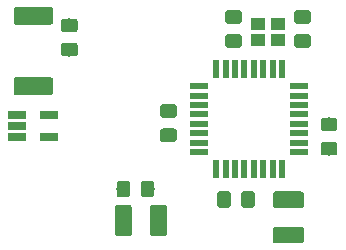
<source format=gbr>
G04 #@! TF.GenerationSoftware,KiCad,Pcbnew,(5.1.4-0-10_14)*
G04 #@! TF.CreationDate,2020-02-11T17:38:49-05:00*
G04 #@! TF.ProjectId,Chinchou,4368696e-6368-46f7-952e-6b696361645f,rev?*
G04 #@! TF.SameCoordinates,Original*
G04 #@! TF.FileFunction,Paste,Top*
G04 #@! TF.FilePolarity,Positive*
%FSLAX46Y46*%
G04 Gerber Fmt 4.6, Leading zero omitted, Abs format (unit mm)*
G04 Created by KiCad (PCBNEW (5.1.4-0-10_14)) date 2020-02-11 17:38:49*
%MOMM*%
%LPD*%
G04 APERTURE LIST*
%ADD10R,1.560000X0.650000*%
%ADD11C,0.100000*%
%ADD12C,1.525000*%
%ADD13R,0.550000X1.600000*%
%ADD14R,1.600000X0.550000*%
%ADD15R,1.150000X1.000000*%
%ADD16C,1.425000*%
%ADD17C,1.150000*%
G04 APERTURE END LIST*
D10*
X17860000Y-24450000D03*
X17860000Y-26350000D03*
X15160000Y-26350000D03*
X15160000Y-25400000D03*
X15160000Y-24450000D03*
D11*
G36*
X17959505Y-15301204D02*
G01*
X17983773Y-15304804D01*
X18007572Y-15310765D01*
X18030671Y-15319030D01*
X18052850Y-15329520D01*
X18073893Y-15342132D01*
X18093599Y-15356747D01*
X18111777Y-15373223D01*
X18128253Y-15391401D01*
X18142868Y-15411107D01*
X18155480Y-15432150D01*
X18165970Y-15454329D01*
X18174235Y-15477428D01*
X18180196Y-15501227D01*
X18183796Y-15525495D01*
X18185000Y-15549999D01*
X18185000Y-16575001D01*
X18183796Y-16599505D01*
X18180196Y-16623773D01*
X18174235Y-16647572D01*
X18165970Y-16670671D01*
X18155480Y-16692850D01*
X18142868Y-16713893D01*
X18128253Y-16733599D01*
X18111777Y-16751777D01*
X18093599Y-16768253D01*
X18073893Y-16782868D01*
X18052850Y-16795480D01*
X18030671Y-16805970D01*
X18007572Y-16814235D01*
X17983773Y-16820196D01*
X17959505Y-16823796D01*
X17935001Y-16825000D01*
X15084999Y-16825000D01*
X15060495Y-16823796D01*
X15036227Y-16820196D01*
X15012428Y-16814235D01*
X14989329Y-16805970D01*
X14967150Y-16795480D01*
X14946107Y-16782868D01*
X14926401Y-16768253D01*
X14908223Y-16751777D01*
X14891747Y-16733599D01*
X14877132Y-16713893D01*
X14864520Y-16692850D01*
X14854030Y-16670671D01*
X14845765Y-16647572D01*
X14839804Y-16623773D01*
X14836204Y-16599505D01*
X14835000Y-16575001D01*
X14835000Y-15549999D01*
X14836204Y-15525495D01*
X14839804Y-15501227D01*
X14845765Y-15477428D01*
X14854030Y-15454329D01*
X14864520Y-15432150D01*
X14877132Y-15411107D01*
X14891747Y-15391401D01*
X14908223Y-15373223D01*
X14926401Y-15356747D01*
X14946107Y-15342132D01*
X14967150Y-15329520D01*
X14989329Y-15319030D01*
X15012428Y-15310765D01*
X15036227Y-15304804D01*
X15060495Y-15301204D01*
X15084999Y-15300000D01*
X17935001Y-15300000D01*
X17959505Y-15301204D01*
X17959505Y-15301204D01*
G37*
D12*
X16510000Y-16062500D03*
D11*
G36*
X17959505Y-21276204D02*
G01*
X17983773Y-21279804D01*
X18007572Y-21285765D01*
X18030671Y-21294030D01*
X18052850Y-21304520D01*
X18073893Y-21317132D01*
X18093599Y-21331747D01*
X18111777Y-21348223D01*
X18128253Y-21366401D01*
X18142868Y-21386107D01*
X18155480Y-21407150D01*
X18165970Y-21429329D01*
X18174235Y-21452428D01*
X18180196Y-21476227D01*
X18183796Y-21500495D01*
X18185000Y-21524999D01*
X18185000Y-22550001D01*
X18183796Y-22574505D01*
X18180196Y-22598773D01*
X18174235Y-22622572D01*
X18165970Y-22645671D01*
X18155480Y-22667850D01*
X18142868Y-22688893D01*
X18128253Y-22708599D01*
X18111777Y-22726777D01*
X18093599Y-22743253D01*
X18073893Y-22757868D01*
X18052850Y-22770480D01*
X18030671Y-22780970D01*
X18007572Y-22789235D01*
X17983773Y-22795196D01*
X17959505Y-22798796D01*
X17935001Y-22800000D01*
X15084999Y-22800000D01*
X15060495Y-22798796D01*
X15036227Y-22795196D01*
X15012428Y-22789235D01*
X14989329Y-22780970D01*
X14967150Y-22770480D01*
X14946107Y-22757868D01*
X14926401Y-22743253D01*
X14908223Y-22726777D01*
X14891747Y-22708599D01*
X14877132Y-22688893D01*
X14864520Y-22667850D01*
X14854030Y-22645671D01*
X14845765Y-22622572D01*
X14839804Y-22598773D01*
X14836204Y-22574505D01*
X14835000Y-22550001D01*
X14835000Y-21524999D01*
X14836204Y-21500495D01*
X14839804Y-21476227D01*
X14845765Y-21452428D01*
X14854030Y-21429329D01*
X14864520Y-21407150D01*
X14877132Y-21386107D01*
X14891747Y-21366401D01*
X14908223Y-21348223D01*
X14926401Y-21331747D01*
X14946107Y-21317132D01*
X14967150Y-21304520D01*
X14989329Y-21294030D01*
X15012428Y-21285765D01*
X15036227Y-21279804D01*
X15060495Y-21276204D01*
X15084999Y-21275000D01*
X17935001Y-21275000D01*
X17959505Y-21276204D01*
X17959505Y-21276204D01*
G37*
D12*
X16510000Y-22037500D03*
D13*
X37579000Y-29074000D03*
X36779000Y-29074000D03*
X35979000Y-29074000D03*
X35179000Y-29074000D03*
X34379000Y-29074000D03*
X33579000Y-29074000D03*
X32779000Y-29074000D03*
X31979000Y-29074000D03*
D14*
X30529000Y-27624000D03*
X30529000Y-26824000D03*
X30529000Y-26024000D03*
X30529000Y-25224000D03*
X30529000Y-24424000D03*
X30529000Y-23624000D03*
X30529000Y-22824000D03*
X30529000Y-22024000D03*
D13*
X31979000Y-20574000D03*
X32779000Y-20574000D03*
X33579000Y-20574000D03*
X34379000Y-20574000D03*
X35179000Y-20574000D03*
X35979000Y-20574000D03*
X36779000Y-20574000D03*
X37579000Y-20574000D03*
D14*
X39029000Y-22024000D03*
X39029000Y-22824000D03*
X39029000Y-23624000D03*
X39029000Y-24424000D03*
X39029000Y-25224000D03*
X39029000Y-26024000D03*
X39029000Y-26824000D03*
X39029000Y-27624000D03*
D15*
X35497800Y-16749800D03*
X37247800Y-16749800D03*
X37247800Y-18149800D03*
X35497800Y-18149800D03*
D11*
G36*
X39199504Y-33923204D02*
G01*
X39223773Y-33926804D01*
X39247571Y-33932765D01*
X39270671Y-33941030D01*
X39292849Y-33951520D01*
X39313893Y-33964133D01*
X39333598Y-33978747D01*
X39351777Y-33995223D01*
X39368253Y-34013402D01*
X39382867Y-34033107D01*
X39395480Y-34054151D01*
X39405970Y-34076329D01*
X39414235Y-34099429D01*
X39420196Y-34123227D01*
X39423796Y-34147496D01*
X39425000Y-34172000D01*
X39425000Y-35097000D01*
X39423796Y-35121504D01*
X39420196Y-35145773D01*
X39414235Y-35169571D01*
X39405970Y-35192671D01*
X39395480Y-35214849D01*
X39382867Y-35235893D01*
X39368253Y-35255598D01*
X39351777Y-35273777D01*
X39333598Y-35290253D01*
X39313893Y-35304867D01*
X39292849Y-35317480D01*
X39270671Y-35327970D01*
X39247571Y-35336235D01*
X39223773Y-35342196D01*
X39199504Y-35345796D01*
X39175000Y-35347000D01*
X37025000Y-35347000D01*
X37000496Y-35345796D01*
X36976227Y-35342196D01*
X36952429Y-35336235D01*
X36929329Y-35327970D01*
X36907151Y-35317480D01*
X36886107Y-35304867D01*
X36866402Y-35290253D01*
X36848223Y-35273777D01*
X36831747Y-35255598D01*
X36817133Y-35235893D01*
X36804520Y-35214849D01*
X36794030Y-35192671D01*
X36785765Y-35169571D01*
X36779804Y-35145773D01*
X36776204Y-35121504D01*
X36775000Y-35097000D01*
X36775000Y-34172000D01*
X36776204Y-34147496D01*
X36779804Y-34123227D01*
X36785765Y-34099429D01*
X36794030Y-34076329D01*
X36804520Y-34054151D01*
X36817133Y-34033107D01*
X36831747Y-34013402D01*
X36848223Y-33995223D01*
X36866402Y-33978747D01*
X36886107Y-33964133D01*
X36907151Y-33951520D01*
X36929329Y-33941030D01*
X36952429Y-33932765D01*
X36976227Y-33926804D01*
X37000496Y-33923204D01*
X37025000Y-33922000D01*
X39175000Y-33922000D01*
X39199504Y-33923204D01*
X39199504Y-33923204D01*
G37*
D16*
X38100000Y-34634500D03*
D11*
G36*
X39199504Y-30948204D02*
G01*
X39223773Y-30951804D01*
X39247571Y-30957765D01*
X39270671Y-30966030D01*
X39292849Y-30976520D01*
X39313893Y-30989133D01*
X39333598Y-31003747D01*
X39351777Y-31020223D01*
X39368253Y-31038402D01*
X39382867Y-31058107D01*
X39395480Y-31079151D01*
X39405970Y-31101329D01*
X39414235Y-31124429D01*
X39420196Y-31148227D01*
X39423796Y-31172496D01*
X39425000Y-31197000D01*
X39425000Y-32122000D01*
X39423796Y-32146504D01*
X39420196Y-32170773D01*
X39414235Y-32194571D01*
X39405970Y-32217671D01*
X39395480Y-32239849D01*
X39382867Y-32260893D01*
X39368253Y-32280598D01*
X39351777Y-32298777D01*
X39333598Y-32315253D01*
X39313893Y-32329867D01*
X39292849Y-32342480D01*
X39270671Y-32352970D01*
X39247571Y-32361235D01*
X39223773Y-32367196D01*
X39199504Y-32370796D01*
X39175000Y-32372000D01*
X37025000Y-32372000D01*
X37000496Y-32370796D01*
X36976227Y-32367196D01*
X36952429Y-32361235D01*
X36929329Y-32352970D01*
X36907151Y-32342480D01*
X36886107Y-32329867D01*
X36866402Y-32315253D01*
X36848223Y-32298777D01*
X36831747Y-32280598D01*
X36817133Y-32260893D01*
X36804520Y-32239849D01*
X36794030Y-32217671D01*
X36785765Y-32194571D01*
X36779804Y-32170773D01*
X36776204Y-32146504D01*
X36775000Y-32122000D01*
X36775000Y-31197000D01*
X36776204Y-31172496D01*
X36779804Y-31148227D01*
X36785765Y-31124429D01*
X36794030Y-31101329D01*
X36804520Y-31079151D01*
X36817133Y-31058107D01*
X36831747Y-31038402D01*
X36848223Y-31020223D01*
X36866402Y-31003747D01*
X36886107Y-30989133D01*
X36907151Y-30976520D01*
X36929329Y-30966030D01*
X36952429Y-30957765D01*
X36976227Y-30951804D01*
X37000496Y-30948204D01*
X37025000Y-30947000D01*
X39175000Y-30947000D01*
X39199504Y-30948204D01*
X39199504Y-30948204D01*
G37*
D16*
X38100000Y-31659500D03*
D11*
G36*
X27592004Y-32077204D02*
G01*
X27616273Y-32080804D01*
X27640071Y-32086765D01*
X27663171Y-32095030D01*
X27685349Y-32105520D01*
X27706393Y-32118133D01*
X27726098Y-32132747D01*
X27744277Y-32149223D01*
X27760753Y-32167402D01*
X27775367Y-32187107D01*
X27787980Y-32208151D01*
X27798470Y-32230329D01*
X27806735Y-32253429D01*
X27812696Y-32277227D01*
X27816296Y-32301496D01*
X27817500Y-32326000D01*
X27817500Y-34476000D01*
X27816296Y-34500504D01*
X27812696Y-34524773D01*
X27806735Y-34548571D01*
X27798470Y-34571671D01*
X27787980Y-34593849D01*
X27775367Y-34614893D01*
X27760753Y-34634598D01*
X27744277Y-34652777D01*
X27726098Y-34669253D01*
X27706393Y-34683867D01*
X27685349Y-34696480D01*
X27663171Y-34706970D01*
X27640071Y-34715235D01*
X27616273Y-34721196D01*
X27592004Y-34724796D01*
X27567500Y-34726000D01*
X26642500Y-34726000D01*
X26617996Y-34724796D01*
X26593727Y-34721196D01*
X26569929Y-34715235D01*
X26546829Y-34706970D01*
X26524651Y-34696480D01*
X26503607Y-34683867D01*
X26483902Y-34669253D01*
X26465723Y-34652777D01*
X26449247Y-34634598D01*
X26434633Y-34614893D01*
X26422020Y-34593849D01*
X26411530Y-34571671D01*
X26403265Y-34548571D01*
X26397304Y-34524773D01*
X26393704Y-34500504D01*
X26392500Y-34476000D01*
X26392500Y-32326000D01*
X26393704Y-32301496D01*
X26397304Y-32277227D01*
X26403265Y-32253429D01*
X26411530Y-32230329D01*
X26422020Y-32208151D01*
X26434633Y-32187107D01*
X26449247Y-32167402D01*
X26465723Y-32149223D01*
X26483902Y-32132747D01*
X26503607Y-32118133D01*
X26524651Y-32105520D01*
X26546829Y-32095030D01*
X26569929Y-32086765D01*
X26593727Y-32080804D01*
X26617996Y-32077204D01*
X26642500Y-32076000D01*
X27567500Y-32076000D01*
X27592004Y-32077204D01*
X27592004Y-32077204D01*
G37*
D16*
X27105000Y-33401000D03*
D11*
G36*
X24617004Y-32077204D02*
G01*
X24641273Y-32080804D01*
X24665071Y-32086765D01*
X24688171Y-32095030D01*
X24710349Y-32105520D01*
X24731393Y-32118133D01*
X24751098Y-32132747D01*
X24769277Y-32149223D01*
X24785753Y-32167402D01*
X24800367Y-32187107D01*
X24812980Y-32208151D01*
X24823470Y-32230329D01*
X24831735Y-32253429D01*
X24837696Y-32277227D01*
X24841296Y-32301496D01*
X24842500Y-32326000D01*
X24842500Y-34476000D01*
X24841296Y-34500504D01*
X24837696Y-34524773D01*
X24831735Y-34548571D01*
X24823470Y-34571671D01*
X24812980Y-34593849D01*
X24800367Y-34614893D01*
X24785753Y-34634598D01*
X24769277Y-34652777D01*
X24751098Y-34669253D01*
X24731393Y-34683867D01*
X24710349Y-34696480D01*
X24688171Y-34706970D01*
X24665071Y-34715235D01*
X24641273Y-34721196D01*
X24617004Y-34724796D01*
X24592500Y-34726000D01*
X23667500Y-34726000D01*
X23642996Y-34724796D01*
X23618727Y-34721196D01*
X23594929Y-34715235D01*
X23571829Y-34706970D01*
X23549651Y-34696480D01*
X23528607Y-34683867D01*
X23508902Y-34669253D01*
X23490723Y-34652777D01*
X23474247Y-34634598D01*
X23459633Y-34614893D01*
X23447020Y-34593849D01*
X23436530Y-34571671D01*
X23428265Y-34548571D01*
X23422304Y-34524773D01*
X23418704Y-34500504D01*
X23417500Y-34476000D01*
X23417500Y-32326000D01*
X23418704Y-32301496D01*
X23422304Y-32277227D01*
X23428265Y-32253429D01*
X23436530Y-32230329D01*
X23447020Y-32208151D01*
X23459633Y-32187107D01*
X23474247Y-32167402D01*
X23490723Y-32149223D01*
X23508902Y-32132747D01*
X23528607Y-32118133D01*
X23549651Y-32105520D01*
X23571829Y-32095030D01*
X23594929Y-32086765D01*
X23618727Y-32080804D01*
X23642996Y-32077204D01*
X23667500Y-32076000D01*
X24592500Y-32076000D01*
X24617004Y-32077204D01*
X24617004Y-32077204D01*
G37*
D16*
X24130000Y-33401000D03*
D11*
G36*
X32988505Y-30924204D02*
G01*
X33012773Y-30927804D01*
X33036572Y-30933765D01*
X33059671Y-30942030D01*
X33081850Y-30952520D01*
X33102893Y-30965132D01*
X33122599Y-30979747D01*
X33140777Y-30996223D01*
X33157253Y-31014401D01*
X33171868Y-31034107D01*
X33184480Y-31055150D01*
X33194970Y-31077329D01*
X33203235Y-31100428D01*
X33209196Y-31124227D01*
X33212796Y-31148495D01*
X33214000Y-31172999D01*
X33214000Y-32073001D01*
X33212796Y-32097505D01*
X33209196Y-32121773D01*
X33203235Y-32145572D01*
X33194970Y-32168671D01*
X33184480Y-32190850D01*
X33171868Y-32211893D01*
X33157253Y-32231599D01*
X33140777Y-32249777D01*
X33122599Y-32266253D01*
X33102893Y-32280868D01*
X33081850Y-32293480D01*
X33059671Y-32303970D01*
X33036572Y-32312235D01*
X33012773Y-32318196D01*
X32988505Y-32321796D01*
X32964001Y-32323000D01*
X32313999Y-32323000D01*
X32289495Y-32321796D01*
X32265227Y-32318196D01*
X32241428Y-32312235D01*
X32218329Y-32303970D01*
X32196150Y-32293480D01*
X32175107Y-32280868D01*
X32155401Y-32266253D01*
X32137223Y-32249777D01*
X32120747Y-32231599D01*
X32106132Y-32211893D01*
X32093520Y-32190850D01*
X32083030Y-32168671D01*
X32074765Y-32145572D01*
X32068804Y-32121773D01*
X32065204Y-32097505D01*
X32064000Y-32073001D01*
X32064000Y-31172999D01*
X32065204Y-31148495D01*
X32068804Y-31124227D01*
X32074765Y-31100428D01*
X32083030Y-31077329D01*
X32093520Y-31055150D01*
X32106132Y-31034107D01*
X32120747Y-31014401D01*
X32137223Y-30996223D01*
X32155401Y-30979747D01*
X32175107Y-30965132D01*
X32196150Y-30952520D01*
X32218329Y-30942030D01*
X32241428Y-30933765D01*
X32265227Y-30927804D01*
X32289495Y-30924204D01*
X32313999Y-30923000D01*
X32964001Y-30923000D01*
X32988505Y-30924204D01*
X32988505Y-30924204D01*
G37*
D17*
X32639000Y-31623000D03*
D11*
G36*
X35038505Y-30924204D02*
G01*
X35062773Y-30927804D01*
X35086572Y-30933765D01*
X35109671Y-30942030D01*
X35131850Y-30952520D01*
X35152893Y-30965132D01*
X35172599Y-30979747D01*
X35190777Y-30996223D01*
X35207253Y-31014401D01*
X35221868Y-31034107D01*
X35234480Y-31055150D01*
X35244970Y-31077329D01*
X35253235Y-31100428D01*
X35259196Y-31124227D01*
X35262796Y-31148495D01*
X35264000Y-31172999D01*
X35264000Y-32073001D01*
X35262796Y-32097505D01*
X35259196Y-32121773D01*
X35253235Y-32145572D01*
X35244970Y-32168671D01*
X35234480Y-32190850D01*
X35221868Y-32211893D01*
X35207253Y-32231599D01*
X35190777Y-32249777D01*
X35172599Y-32266253D01*
X35152893Y-32280868D01*
X35131850Y-32293480D01*
X35109671Y-32303970D01*
X35086572Y-32312235D01*
X35062773Y-32318196D01*
X35038505Y-32321796D01*
X35014001Y-32323000D01*
X34363999Y-32323000D01*
X34339495Y-32321796D01*
X34315227Y-32318196D01*
X34291428Y-32312235D01*
X34268329Y-32303970D01*
X34246150Y-32293480D01*
X34225107Y-32280868D01*
X34205401Y-32266253D01*
X34187223Y-32249777D01*
X34170747Y-32231599D01*
X34156132Y-32211893D01*
X34143520Y-32190850D01*
X34133030Y-32168671D01*
X34124765Y-32145572D01*
X34118804Y-32121773D01*
X34115204Y-32097505D01*
X34114000Y-32073001D01*
X34114000Y-31172999D01*
X34115204Y-31148495D01*
X34118804Y-31124227D01*
X34124765Y-31100428D01*
X34133030Y-31077329D01*
X34143520Y-31055150D01*
X34156132Y-31034107D01*
X34170747Y-31014401D01*
X34187223Y-30996223D01*
X34205401Y-30979747D01*
X34225107Y-30965132D01*
X34246150Y-30952520D01*
X34268329Y-30942030D01*
X34291428Y-30933765D01*
X34315227Y-30927804D01*
X34339495Y-30924204D01*
X34363999Y-30923000D01*
X35014001Y-30923000D01*
X35038505Y-30924204D01*
X35038505Y-30924204D01*
G37*
D17*
X34689000Y-31623000D03*
D11*
G36*
X42003505Y-26740204D02*
G01*
X42027773Y-26743804D01*
X42051572Y-26749765D01*
X42074671Y-26758030D01*
X42096850Y-26768520D01*
X42117893Y-26781132D01*
X42137599Y-26795747D01*
X42155777Y-26812223D01*
X42172253Y-26830401D01*
X42186868Y-26850107D01*
X42199480Y-26871150D01*
X42209970Y-26893329D01*
X42218235Y-26916428D01*
X42224196Y-26940227D01*
X42227796Y-26964495D01*
X42229000Y-26988999D01*
X42229000Y-27639001D01*
X42227796Y-27663505D01*
X42224196Y-27687773D01*
X42218235Y-27711572D01*
X42209970Y-27734671D01*
X42199480Y-27756850D01*
X42186868Y-27777893D01*
X42172253Y-27797599D01*
X42155777Y-27815777D01*
X42137599Y-27832253D01*
X42117893Y-27846868D01*
X42096850Y-27859480D01*
X42074671Y-27869970D01*
X42051572Y-27878235D01*
X42027773Y-27884196D01*
X42003505Y-27887796D01*
X41979001Y-27889000D01*
X41078999Y-27889000D01*
X41054495Y-27887796D01*
X41030227Y-27884196D01*
X41006428Y-27878235D01*
X40983329Y-27869970D01*
X40961150Y-27859480D01*
X40940107Y-27846868D01*
X40920401Y-27832253D01*
X40902223Y-27815777D01*
X40885747Y-27797599D01*
X40871132Y-27777893D01*
X40858520Y-27756850D01*
X40848030Y-27734671D01*
X40839765Y-27711572D01*
X40833804Y-27687773D01*
X40830204Y-27663505D01*
X40829000Y-27639001D01*
X40829000Y-26988999D01*
X40830204Y-26964495D01*
X40833804Y-26940227D01*
X40839765Y-26916428D01*
X40848030Y-26893329D01*
X40858520Y-26871150D01*
X40871132Y-26850107D01*
X40885747Y-26830401D01*
X40902223Y-26812223D01*
X40920401Y-26795747D01*
X40940107Y-26781132D01*
X40961150Y-26768520D01*
X40983329Y-26758030D01*
X41006428Y-26749765D01*
X41030227Y-26743804D01*
X41054495Y-26740204D01*
X41078999Y-26739000D01*
X41979001Y-26739000D01*
X42003505Y-26740204D01*
X42003505Y-26740204D01*
G37*
D17*
X41529000Y-27314000D03*
D11*
G36*
X42003505Y-24690204D02*
G01*
X42027773Y-24693804D01*
X42051572Y-24699765D01*
X42074671Y-24708030D01*
X42096850Y-24718520D01*
X42117893Y-24731132D01*
X42137599Y-24745747D01*
X42155777Y-24762223D01*
X42172253Y-24780401D01*
X42186868Y-24800107D01*
X42199480Y-24821150D01*
X42209970Y-24843329D01*
X42218235Y-24866428D01*
X42224196Y-24890227D01*
X42227796Y-24914495D01*
X42229000Y-24938999D01*
X42229000Y-25589001D01*
X42227796Y-25613505D01*
X42224196Y-25637773D01*
X42218235Y-25661572D01*
X42209970Y-25684671D01*
X42199480Y-25706850D01*
X42186868Y-25727893D01*
X42172253Y-25747599D01*
X42155777Y-25765777D01*
X42137599Y-25782253D01*
X42117893Y-25796868D01*
X42096850Y-25809480D01*
X42074671Y-25819970D01*
X42051572Y-25828235D01*
X42027773Y-25834196D01*
X42003505Y-25837796D01*
X41979001Y-25839000D01*
X41078999Y-25839000D01*
X41054495Y-25837796D01*
X41030227Y-25834196D01*
X41006428Y-25828235D01*
X40983329Y-25819970D01*
X40961150Y-25809480D01*
X40940107Y-25796868D01*
X40920401Y-25782253D01*
X40902223Y-25765777D01*
X40885747Y-25747599D01*
X40871132Y-25727893D01*
X40858520Y-25706850D01*
X40848030Y-25684671D01*
X40839765Y-25661572D01*
X40833804Y-25637773D01*
X40830204Y-25613505D01*
X40829000Y-25589001D01*
X40829000Y-24938999D01*
X40830204Y-24914495D01*
X40833804Y-24890227D01*
X40839765Y-24866428D01*
X40848030Y-24843329D01*
X40858520Y-24821150D01*
X40871132Y-24800107D01*
X40885747Y-24780401D01*
X40902223Y-24762223D01*
X40920401Y-24745747D01*
X40940107Y-24731132D01*
X40961150Y-24718520D01*
X40983329Y-24708030D01*
X41006428Y-24699765D01*
X41030227Y-24693804D01*
X41054495Y-24690204D01*
X41078999Y-24689000D01*
X41979001Y-24689000D01*
X42003505Y-24690204D01*
X42003505Y-24690204D01*
G37*
D17*
X41529000Y-25264000D03*
D11*
G36*
X28414505Y-25606204D02*
G01*
X28438773Y-25609804D01*
X28462572Y-25615765D01*
X28485671Y-25624030D01*
X28507850Y-25634520D01*
X28528893Y-25647132D01*
X28548599Y-25661747D01*
X28566777Y-25678223D01*
X28583253Y-25696401D01*
X28597868Y-25716107D01*
X28610480Y-25737150D01*
X28620970Y-25759329D01*
X28629235Y-25782428D01*
X28635196Y-25806227D01*
X28638796Y-25830495D01*
X28640000Y-25854999D01*
X28640000Y-26505001D01*
X28638796Y-26529505D01*
X28635196Y-26553773D01*
X28629235Y-26577572D01*
X28620970Y-26600671D01*
X28610480Y-26622850D01*
X28597868Y-26643893D01*
X28583253Y-26663599D01*
X28566777Y-26681777D01*
X28548599Y-26698253D01*
X28528893Y-26712868D01*
X28507850Y-26725480D01*
X28485671Y-26735970D01*
X28462572Y-26744235D01*
X28438773Y-26750196D01*
X28414505Y-26753796D01*
X28390001Y-26755000D01*
X27489999Y-26755000D01*
X27465495Y-26753796D01*
X27441227Y-26750196D01*
X27417428Y-26744235D01*
X27394329Y-26735970D01*
X27372150Y-26725480D01*
X27351107Y-26712868D01*
X27331401Y-26698253D01*
X27313223Y-26681777D01*
X27296747Y-26663599D01*
X27282132Y-26643893D01*
X27269520Y-26622850D01*
X27259030Y-26600671D01*
X27250765Y-26577572D01*
X27244804Y-26553773D01*
X27241204Y-26529505D01*
X27240000Y-26505001D01*
X27240000Y-25854999D01*
X27241204Y-25830495D01*
X27244804Y-25806227D01*
X27250765Y-25782428D01*
X27259030Y-25759329D01*
X27269520Y-25737150D01*
X27282132Y-25716107D01*
X27296747Y-25696401D01*
X27313223Y-25678223D01*
X27331401Y-25661747D01*
X27351107Y-25647132D01*
X27372150Y-25634520D01*
X27394329Y-25624030D01*
X27417428Y-25615765D01*
X27441227Y-25609804D01*
X27465495Y-25606204D01*
X27489999Y-25605000D01*
X28390001Y-25605000D01*
X28414505Y-25606204D01*
X28414505Y-25606204D01*
G37*
D17*
X27940000Y-26180000D03*
D11*
G36*
X28414505Y-23556204D02*
G01*
X28438773Y-23559804D01*
X28462572Y-23565765D01*
X28485671Y-23574030D01*
X28507850Y-23584520D01*
X28528893Y-23597132D01*
X28548599Y-23611747D01*
X28566777Y-23628223D01*
X28583253Y-23646401D01*
X28597868Y-23666107D01*
X28610480Y-23687150D01*
X28620970Y-23709329D01*
X28629235Y-23732428D01*
X28635196Y-23756227D01*
X28638796Y-23780495D01*
X28640000Y-23804999D01*
X28640000Y-24455001D01*
X28638796Y-24479505D01*
X28635196Y-24503773D01*
X28629235Y-24527572D01*
X28620970Y-24550671D01*
X28610480Y-24572850D01*
X28597868Y-24593893D01*
X28583253Y-24613599D01*
X28566777Y-24631777D01*
X28548599Y-24648253D01*
X28528893Y-24662868D01*
X28507850Y-24675480D01*
X28485671Y-24685970D01*
X28462572Y-24694235D01*
X28438773Y-24700196D01*
X28414505Y-24703796D01*
X28390001Y-24705000D01*
X27489999Y-24705000D01*
X27465495Y-24703796D01*
X27441227Y-24700196D01*
X27417428Y-24694235D01*
X27394329Y-24685970D01*
X27372150Y-24675480D01*
X27351107Y-24662868D01*
X27331401Y-24648253D01*
X27313223Y-24631777D01*
X27296747Y-24613599D01*
X27282132Y-24593893D01*
X27269520Y-24572850D01*
X27259030Y-24550671D01*
X27250765Y-24527572D01*
X27244804Y-24503773D01*
X27241204Y-24479505D01*
X27240000Y-24455001D01*
X27240000Y-23804999D01*
X27241204Y-23780495D01*
X27244804Y-23756227D01*
X27250765Y-23732428D01*
X27259030Y-23709329D01*
X27269520Y-23687150D01*
X27282132Y-23666107D01*
X27296747Y-23646401D01*
X27313223Y-23628223D01*
X27331401Y-23611747D01*
X27351107Y-23597132D01*
X27372150Y-23584520D01*
X27394329Y-23574030D01*
X27417428Y-23565765D01*
X27441227Y-23559804D01*
X27465495Y-23556204D01*
X27489999Y-23555000D01*
X28390001Y-23555000D01*
X28414505Y-23556204D01*
X28414505Y-23556204D01*
G37*
D17*
X27940000Y-24130000D03*
D11*
G36*
X20032505Y-18358204D02*
G01*
X20056773Y-18361804D01*
X20080572Y-18367765D01*
X20103671Y-18376030D01*
X20125850Y-18386520D01*
X20146893Y-18399132D01*
X20166599Y-18413747D01*
X20184777Y-18430223D01*
X20201253Y-18448401D01*
X20215868Y-18468107D01*
X20228480Y-18489150D01*
X20238970Y-18511329D01*
X20247235Y-18534428D01*
X20253196Y-18558227D01*
X20256796Y-18582495D01*
X20258000Y-18606999D01*
X20258000Y-19257001D01*
X20256796Y-19281505D01*
X20253196Y-19305773D01*
X20247235Y-19329572D01*
X20238970Y-19352671D01*
X20228480Y-19374850D01*
X20215868Y-19395893D01*
X20201253Y-19415599D01*
X20184777Y-19433777D01*
X20166599Y-19450253D01*
X20146893Y-19464868D01*
X20125850Y-19477480D01*
X20103671Y-19487970D01*
X20080572Y-19496235D01*
X20056773Y-19502196D01*
X20032505Y-19505796D01*
X20008001Y-19507000D01*
X19107999Y-19507000D01*
X19083495Y-19505796D01*
X19059227Y-19502196D01*
X19035428Y-19496235D01*
X19012329Y-19487970D01*
X18990150Y-19477480D01*
X18969107Y-19464868D01*
X18949401Y-19450253D01*
X18931223Y-19433777D01*
X18914747Y-19415599D01*
X18900132Y-19395893D01*
X18887520Y-19374850D01*
X18877030Y-19352671D01*
X18868765Y-19329572D01*
X18862804Y-19305773D01*
X18859204Y-19281505D01*
X18858000Y-19257001D01*
X18858000Y-18606999D01*
X18859204Y-18582495D01*
X18862804Y-18558227D01*
X18868765Y-18534428D01*
X18877030Y-18511329D01*
X18887520Y-18489150D01*
X18900132Y-18468107D01*
X18914747Y-18448401D01*
X18931223Y-18430223D01*
X18949401Y-18413747D01*
X18969107Y-18399132D01*
X18990150Y-18386520D01*
X19012329Y-18376030D01*
X19035428Y-18367765D01*
X19059227Y-18361804D01*
X19083495Y-18358204D01*
X19107999Y-18357000D01*
X20008001Y-18357000D01*
X20032505Y-18358204D01*
X20032505Y-18358204D01*
G37*
D17*
X19558000Y-18932000D03*
D11*
G36*
X20032505Y-16308204D02*
G01*
X20056773Y-16311804D01*
X20080572Y-16317765D01*
X20103671Y-16326030D01*
X20125850Y-16336520D01*
X20146893Y-16349132D01*
X20166599Y-16363747D01*
X20184777Y-16380223D01*
X20201253Y-16398401D01*
X20215868Y-16418107D01*
X20228480Y-16439150D01*
X20238970Y-16461329D01*
X20247235Y-16484428D01*
X20253196Y-16508227D01*
X20256796Y-16532495D01*
X20258000Y-16556999D01*
X20258000Y-17207001D01*
X20256796Y-17231505D01*
X20253196Y-17255773D01*
X20247235Y-17279572D01*
X20238970Y-17302671D01*
X20228480Y-17324850D01*
X20215868Y-17345893D01*
X20201253Y-17365599D01*
X20184777Y-17383777D01*
X20166599Y-17400253D01*
X20146893Y-17414868D01*
X20125850Y-17427480D01*
X20103671Y-17437970D01*
X20080572Y-17446235D01*
X20056773Y-17452196D01*
X20032505Y-17455796D01*
X20008001Y-17457000D01*
X19107999Y-17457000D01*
X19083495Y-17455796D01*
X19059227Y-17452196D01*
X19035428Y-17446235D01*
X19012329Y-17437970D01*
X18990150Y-17427480D01*
X18969107Y-17414868D01*
X18949401Y-17400253D01*
X18931223Y-17383777D01*
X18914747Y-17365599D01*
X18900132Y-17345893D01*
X18887520Y-17324850D01*
X18877030Y-17302671D01*
X18868765Y-17279572D01*
X18862804Y-17255773D01*
X18859204Y-17231505D01*
X18858000Y-17207001D01*
X18858000Y-16556999D01*
X18859204Y-16532495D01*
X18862804Y-16508227D01*
X18868765Y-16484428D01*
X18877030Y-16461329D01*
X18887520Y-16439150D01*
X18900132Y-16418107D01*
X18914747Y-16398401D01*
X18931223Y-16380223D01*
X18949401Y-16363747D01*
X18969107Y-16349132D01*
X18990150Y-16336520D01*
X19012329Y-16326030D01*
X19035428Y-16317765D01*
X19059227Y-16311804D01*
X19083495Y-16308204D01*
X19107999Y-16307000D01*
X20008001Y-16307000D01*
X20032505Y-16308204D01*
X20032505Y-16308204D01*
G37*
D17*
X19558000Y-16882000D03*
D11*
G36*
X33926305Y-15588004D02*
G01*
X33950573Y-15591604D01*
X33974372Y-15597565D01*
X33997471Y-15605830D01*
X34019650Y-15616320D01*
X34040693Y-15628932D01*
X34060399Y-15643547D01*
X34078577Y-15660023D01*
X34095053Y-15678201D01*
X34109668Y-15697907D01*
X34122280Y-15718950D01*
X34132770Y-15741129D01*
X34141035Y-15764228D01*
X34146996Y-15788027D01*
X34150596Y-15812295D01*
X34151800Y-15836799D01*
X34151800Y-16486801D01*
X34150596Y-16511305D01*
X34146996Y-16535573D01*
X34141035Y-16559372D01*
X34132770Y-16582471D01*
X34122280Y-16604650D01*
X34109668Y-16625693D01*
X34095053Y-16645399D01*
X34078577Y-16663577D01*
X34060399Y-16680053D01*
X34040693Y-16694668D01*
X34019650Y-16707280D01*
X33997471Y-16717770D01*
X33974372Y-16726035D01*
X33950573Y-16731996D01*
X33926305Y-16735596D01*
X33901801Y-16736800D01*
X33001799Y-16736800D01*
X32977295Y-16735596D01*
X32953027Y-16731996D01*
X32929228Y-16726035D01*
X32906129Y-16717770D01*
X32883950Y-16707280D01*
X32862907Y-16694668D01*
X32843201Y-16680053D01*
X32825023Y-16663577D01*
X32808547Y-16645399D01*
X32793932Y-16625693D01*
X32781320Y-16604650D01*
X32770830Y-16582471D01*
X32762565Y-16559372D01*
X32756604Y-16535573D01*
X32753004Y-16511305D01*
X32751800Y-16486801D01*
X32751800Y-15836799D01*
X32753004Y-15812295D01*
X32756604Y-15788027D01*
X32762565Y-15764228D01*
X32770830Y-15741129D01*
X32781320Y-15718950D01*
X32793932Y-15697907D01*
X32808547Y-15678201D01*
X32825023Y-15660023D01*
X32843201Y-15643547D01*
X32862907Y-15628932D01*
X32883950Y-15616320D01*
X32906129Y-15605830D01*
X32929228Y-15597565D01*
X32953027Y-15591604D01*
X32977295Y-15588004D01*
X33001799Y-15586800D01*
X33901801Y-15586800D01*
X33926305Y-15588004D01*
X33926305Y-15588004D01*
G37*
D17*
X33451800Y-16161800D03*
D11*
G36*
X33926305Y-17638004D02*
G01*
X33950573Y-17641604D01*
X33974372Y-17647565D01*
X33997471Y-17655830D01*
X34019650Y-17666320D01*
X34040693Y-17678932D01*
X34060399Y-17693547D01*
X34078577Y-17710023D01*
X34095053Y-17728201D01*
X34109668Y-17747907D01*
X34122280Y-17768950D01*
X34132770Y-17791129D01*
X34141035Y-17814228D01*
X34146996Y-17838027D01*
X34150596Y-17862295D01*
X34151800Y-17886799D01*
X34151800Y-18536801D01*
X34150596Y-18561305D01*
X34146996Y-18585573D01*
X34141035Y-18609372D01*
X34132770Y-18632471D01*
X34122280Y-18654650D01*
X34109668Y-18675693D01*
X34095053Y-18695399D01*
X34078577Y-18713577D01*
X34060399Y-18730053D01*
X34040693Y-18744668D01*
X34019650Y-18757280D01*
X33997471Y-18767770D01*
X33974372Y-18776035D01*
X33950573Y-18781996D01*
X33926305Y-18785596D01*
X33901801Y-18786800D01*
X33001799Y-18786800D01*
X32977295Y-18785596D01*
X32953027Y-18781996D01*
X32929228Y-18776035D01*
X32906129Y-18767770D01*
X32883950Y-18757280D01*
X32862907Y-18744668D01*
X32843201Y-18730053D01*
X32825023Y-18713577D01*
X32808547Y-18695399D01*
X32793932Y-18675693D01*
X32781320Y-18654650D01*
X32770830Y-18632471D01*
X32762565Y-18609372D01*
X32756604Y-18585573D01*
X32753004Y-18561305D01*
X32751800Y-18536801D01*
X32751800Y-17886799D01*
X32753004Y-17862295D01*
X32756604Y-17838027D01*
X32762565Y-17814228D01*
X32770830Y-17791129D01*
X32781320Y-17768950D01*
X32793932Y-17747907D01*
X32808547Y-17728201D01*
X32825023Y-17710023D01*
X32843201Y-17693547D01*
X32862907Y-17678932D01*
X32883950Y-17666320D01*
X32906129Y-17655830D01*
X32929228Y-17647565D01*
X32953027Y-17641604D01*
X32977295Y-17638004D01*
X33001799Y-17636800D01*
X33901801Y-17636800D01*
X33926305Y-17638004D01*
X33926305Y-17638004D01*
G37*
D17*
X33451800Y-18211800D03*
D11*
G36*
X39768305Y-15588004D02*
G01*
X39792573Y-15591604D01*
X39816372Y-15597565D01*
X39839471Y-15605830D01*
X39861650Y-15616320D01*
X39882693Y-15628932D01*
X39902399Y-15643547D01*
X39920577Y-15660023D01*
X39937053Y-15678201D01*
X39951668Y-15697907D01*
X39964280Y-15718950D01*
X39974770Y-15741129D01*
X39983035Y-15764228D01*
X39988996Y-15788027D01*
X39992596Y-15812295D01*
X39993800Y-15836799D01*
X39993800Y-16486801D01*
X39992596Y-16511305D01*
X39988996Y-16535573D01*
X39983035Y-16559372D01*
X39974770Y-16582471D01*
X39964280Y-16604650D01*
X39951668Y-16625693D01*
X39937053Y-16645399D01*
X39920577Y-16663577D01*
X39902399Y-16680053D01*
X39882693Y-16694668D01*
X39861650Y-16707280D01*
X39839471Y-16717770D01*
X39816372Y-16726035D01*
X39792573Y-16731996D01*
X39768305Y-16735596D01*
X39743801Y-16736800D01*
X38843799Y-16736800D01*
X38819295Y-16735596D01*
X38795027Y-16731996D01*
X38771228Y-16726035D01*
X38748129Y-16717770D01*
X38725950Y-16707280D01*
X38704907Y-16694668D01*
X38685201Y-16680053D01*
X38667023Y-16663577D01*
X38650547Y-16645399D01*
X38635932Y-16625693D01*
X38623320Y-16604650D01*
X38612830Y-16582471D01*
X38604565Y-16559372D01*
X38598604Y-16535573D01*
X38595004Y-16511305D01*
X38593800Y-16486801D01*
X38593800Y-15836799D01*
X38595004Y-15812295D01*
X38598604Y-15788027D01*
X38604565Y-15764228D01*
X38612830Y-15741129D01*
X38623320Y-15718950D01*
X38635932Y-15697907D01*
X38650547Y-15678201D01*
X38667023Y-15660023D01*
X38685201Y-15643547D01*
X38704907Y-15628932D01*
X38725950Y-15616320D01*
X38748129Y-15605830D01*
X38771228Y-15597565D01*
X38795027Y-15591604D01*
X38819295Y-15588004D01*
X38843799Y-15586800D01*
X39743801Y-15586800D01*
X39768305Y-15588004D01*
X39768305Y-15588004D01*
G37*
D17*
X39293800Y-16161800D03*
D11*
G36*
X39768305Y-17638004D02*
G01*
X39792573Y-17641604D01*
X39816372Y-17647565D01*
X39839471Y-17655830D01*
X39861650Y-17666320D01*
X39882693Y-17678932D01*
X39902399Y-17693547D01*
X39920577Y-17710023D01*
X39937053Y-17728201D01*
X39951668Y-17747907D01*
X39964280Y-17768950D01*
X39974770Y-17791129D01*
X39983035Y-17814228D01*
X39988996Y-17838027D01*
X39992596Y-17862295D01*
X39993800Y-17886799D01*
X39993800Y-18536801D01*
X39992596Y-18561305D01*
X39988996Y-18585573D01*
X39983035Y-18609372D01*
X39974770Y-18632471D01*
X39964280Y-18654650D01*
X39951668Y-18675693D01*
X39937053Y-18695399D01*
X39920577Y-18713577D01*
X39902399Y-18730053D01*
X39882693Y-18744668D01*
X39861650Y-18757280D01*
X39839471Y-18767770D01*
X39816372Y-18776035D01*
X39792573Y-18781996D01*
X39768305Y-18785596D01*
X39743801Y-18786800D01*
X38843799Y-18786800D01*
X38819295Y-18785596D01*
X38795027Y-18781996D01*
X38771228Y-18776035D01*
X38748129Y-18767770D01*
X38725950Y-18757280D01*
X38704907Y-18744668D01*
X38685201Y-18730053D01*
X38667023Y-18713577D01*
X38650547Y-18695399D01*
X38635932Y-18675693D01*
X38623320Y-18654650D01*
X38612830Y-18632471D01*
X38604565Y-18609372D01*
X38598604Y-18585573D01*
X38595004Y-18561305D01*
X38593800Y-18536801D01*
X38593800Y-17886799D01*
X38595004Y-17862295D01*
X38598604Y-17838027D01*
X38604565Y-17814228D01*
X38612830Y-17791129D01*
X38623320Y-17768950D01*
X38635932Y-17747907D01*
X38650547Y-17728201D01*
X38667023Y-17710023D01*
X38685201Y-17693547D01*
X38704907Y-17678932D01*
X38725950Y-17666320D01*
X38748129Y-17655830D01*
X38771228Y-17647565D01*
X38795027Y-17641604D01*
X38819295Y-17638004D01*
X38843799Y-17636800D01*
X39743801Y-17636800D01*
X39768305Y-17638004D01*
X39768305Y-17638004D01*
G37*
D17*
X39293800Y-18211800D03*
D11*
G36*
X26520505Y-30035204D02*
G01*
X26544773Y-30038804D01*
X26568572Y-30044765D01*
X26591671Y-30053030D01*
X26613850Y-30063520D01*
X26634893Y-30076132D01*
X26654599Y-30090747D01*
X26672777Y-30107223D01*
X26689253Y-30125401D01*
X26703868Y-30145107D01*
X26716480Y-30166150D01*
X26726970Y-30188329D01*
X26735235Y-30211428D01*
X26741196Y-30235227D01*
X26744796Y-30259495D01*
X26746000Y-30283999D01*
X26746000Y-31184001D01*
X26744796Y-31208505D01*
X26741196Y-31232773D01*
X26735235Y-31256572D01*
X26726970Y-31279671D01*
X26716480Y-31301850D01*
X26703868Y-31322893D01*
X26689253Y-31342599D01*
X26672777Y-31360777D01*
X26654599Y-31377253D01*
X26634893Y-31391868D01*
X26613850Y-31404480D01*
X26591671Y-31414970D01*
X26568572Y-31423235D01*
X26544773Y-31429196D01*
X26520505Y-31432796D01*
X26496001Y-31434000D01*
X25845999Y-31434000D01*
X25821495Y-31432796D01*
X25797227Y-31429196D01*
X25773428Y-31423235D01*
X25750329Y-31414970D01*
X25728150Y-31404480D01*
X25707107Y-31391868D01*
X25687401Y-31377253D01*
X25669223Y-31360777D01*
X25652747Y-31342599D01*
X25638132Y-31322893D01*
X25625520Y-31301850D01*
X25615030Y-31279671D01*
X25606765Y-31256572D01*
X25600804Y-31232773D01*
X25597204Y-31208505D01*
X25596000Y-31184001D01*
X25596000Y-30283999D01*
X25597204Y-30259495D01*
X25600804Y-30235227D01*
X25606765Y-30211428D01*
X25615030Y-30188329D01*
X25625520Y-30166150D01*
X25638132Y-30145107D01*
X25652747Y-30125401D01*
X25669223Y-30107223D01*
X25687401Y-30090747D01*
X25707107Y-30076132D01*
X25728150Y-30063520D01*
X25750329Y-30053030D01*
X25773428Y-30044765D01*
X25797227Y-30038804D01*
X25821495Y-30035204D01*
X25845999Y-30034000D01*
X26496001Y-30034000D01*
X26520505Y-30035204D01*
X26520505Y-30035204D01*
G37*
D17*
X26171000Y-30734000D03*
D11*
G36*
X24470505Y-30035204D02*
G01*
X24494773Y-30038804D01*
X24518572Y-30044765D01*
X24541671Y-30053030D01*
X24563850Y-30063520D01*
X24584893Y-30076132D01*
X24604599Y-30090747D01*
X24622777Y-30107223D01*
X24639253Y-30125401D01*
X24653868Y-30145107D01*
X24666480Y-30166150D01*
X24676970Y-30188329D01*
X24685235Y-30211428D01*
X24691196Y-30235227D01*
X24694796Y-30259495D01*
X24696000Y-30283999D01*
X24696000Y-31184001D01*
X24694796Y-31208505D01*
X24691196Y-31232773D01*
X24685235Y-31256572D01*
X24676970Y-31279671D01*
X24666480Y-31301850D01*
X24653868Y-31322893D01*
X24639253Y-31342599D01*
X24622777Y-31360777D01*
X24604599Y-31377253D01*
X24584893Y-31391868D01*
X24563850Y-31404480D01*
X24541671Y-31414970D01*
X24518572Y-31423235D01*
X24494773Y-31429196D01*
X24470505Y-31432796D01*
X24446001Y-31434000D01*
X23795999Y-31434000D01*
X23771495Y-31432796D01*
X23747227Y-31429196D01*
X23723428Y-31423235D01*
X23700329Y-31414970D01*
X23678150Y-31404480D01*
X23657107Y-31391868D01*
X23637401Y-31377253D01*
X23619223Y-31360777D01*
X23602747Y-31342599D01*
X23588132Y-31322893D01*
X23575520Y-31301850D01*
X23565030Y-31279671D01*
X23556765Y-31256572D01*
X23550804Y-31232773D01*
X23547204Y-31208505D01*
X23546000Y-31184001D01*
X23546000Y-30283999D01*
X23547204Y-30259495D01*
X23550804Y-30235227D01*
X23556765Y-30211428D01*
X23565030Y-30188329D01*
X23575520Y-30166150D01*
X23588132Y-30145107D01*
X23602747Y-30125401D01*
X23619223Y-30107223D01*
X23637401Y-30090747D01*
X23657107Y-30076132D01*
X23678150Y-30063520D01*
X23700329Y-30053030D01*
X23723428Y-30044765D01*
X23747227Y-30038804D01*
X23771495Y-30035204D01*
X23795999Y-30034000D01*
X24446001Y-30034000D01*
X24470505Y-30035204D01*
X24470505Y-30035204D01*
G37*
D17*
X24121000Y-30734000D03*
M02*

</source>
